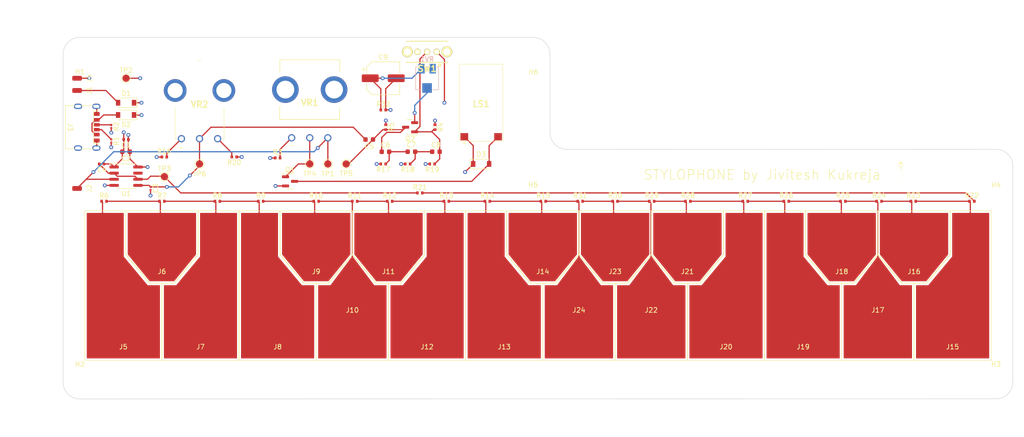
<source format=kicad_pcb>
(kicad_pcb (version 20211014) (generator pcbnew)
  (layers (0 "F.Cu" signal) (1 "In1.Cu" power "GND") (2 "In2.Cu" power "PWR") (31 "B.Cu" signal) (34 "B.Paste" user) (35 "F.Paste" user) (36 "B.SilkS" user "B.Silkscreen") (37 "F.SilkS" user "F.Silkscreen") (38 "B.Mask" user) (39 "F.Mask" user) (44 "Edge.Cuts" user))
  (net 0 "")
  (net 1 "GND")
  (net 2 "+5V")
  (net 3 "TUNE_SIG")
  (net 4 "Net-(D1-Pad2)")
  (net 5 "Net-(D2-Pad2)")
  (net 6 "Net-(D3-Pad2)")
  (net 7 "MUSIC_SIG_S1")
  (net 8 "Net-(J6-Pad1)")
  (net 9 "Net-(J7-Pad1)")
  (net 10 "Net-(J8-Pad1)")
  (net 11 "Net-(J10-Pad1)")
  (net 12 "Net-(J11-Pad1)")
  (net 13 "Net-(J12-Pad1)")
  (net 14 "Net-(J13-Pad1)")
  (net 15 "Net-(J14-Pad1)")
  (net 16 "Net-(J15-Pad1)")
  (net 17 "Net-(J16-Pad1)")
  (net 18 "Net-(J17-Pad1)")
  (net 19 "Net-(J18-Pad1)")
  (net 20 "Net-(J20-Pad1)")
  (net 21 "Net-(J21-Pad1)")
  (net 22 "Net-(J23-Pad1)")
  (net 23 "Net-(J24-Pad1)")
  (net 25 "RESISTOR_MODULE")
  (net 26 "Net-(C5-Pad1)")
  (net 27 "Net-(C6-Pad2)")
  (net 28 "Net-(C7-Pad2)")
  (net 29 "Net-(C8-Pad2)")
  (net 30 "Net-(C9-Pad1)")
  (net 31 "Net-(J3-PadA5)")
  (net 32 "Net-(J3-PadB5)")
  (net 33 "Net-(J5-Pad1)")
  (net 34 "Net-(J9-Pad1)")
  (net 35 "Net-(Q1-Pad1)")
  (net 36 "Net-(R3-Pad2)")
  (net 37 "Net-(J19-Pad1)")
  (net 38 "Net-(J22-Pad1)")
  (net 39 "Net-(Q2-Pad2)")
  (net 40 "Net-(R16-Pad2)")
  (net 41 "Net-(R20-Pad2)")
  (net 42 "Net-(R21-Pad2)")
  (footprint "Stylophone_Lib:Note-Sharp" (layer "F.Cu") (at 75 129)
    (fp_text reference "J9")
    (fp_text value "Conn_01x01_Female")
  )
  (footprint "Stylophone_Lib:Note-Right" (layer "F.Cu") (at 98 137)
    (fp_text reference "J12")
    (fp_text value "Conn_01x01_Female")
  )
  (footprint "Package_SO:SOIC-8_3.9x4.9mm_P1.27mm" (layer "F.Cu") (at 35.56 114.3)
    (fp_text reference "U1")
    (fp_text value "TLC555xD")
  )
  (footprint "OS102011MA1QN1:OS102011MA1QN1" (layer "F.Cu") (at 98 88.5 180)
    (fp_text reference "SW1")
    (fp_text value "SW_SPDT" hide)
  )
  (footprint "Diode_SMD:D_SOD-123" (layer "F.Cu") (at 109.22 111.76)
    (fp_text reference "D3")
    (fp_text value "D_Schottky")
  )
  (footprint "Resistor_SMD:R_0402_1005Metric" (layer "F.Cu") (at 211 119.5 180)
    (fp_text reference "R22")
    (fp_text value "3.9k")
  )
  (footprint "PDB12-H4301-103BF:PDB12H4301103BF" (layer "F.Cu") (at 73.66 106.335)
    (fp_text reference "VR1")
    (fp_text value "PDB12-H4301-103BF" hide)
  )
  (footprint "Resistor_SMD:R_0402_1005Metric" (layer "F.Cu") (at 198.845 119.5 180)
    (fp_text reference "R23")
    (fp_text value "5.6k")
  )
  (footprint "Resistor_SMD:R_0402_1005Metric" (layer "F.Cu") (at 96.5 117.765679)
    (fp_text reference "R21")
    (fp_text value "39k")
  )
  (footprint "Resistor_SMD:R_0402_1005Metric" (layer "F.Cu") (at 63.5 119.5)
    (fp_text reference "R9")
    (fp_text value "6.8k")
  )
  (footprint "Package_TO_SOT_SMD:SOT-23" (layer "F.Cu") (at 94.49 104.14 180)
    (fp_text reference "Q2")
    (fp_text value "MMBT3904L")
  )
  (footprint "Resistor_SMD:R_0402_1005Metric" (layer "F.Cu") (at 137 119.5 180)
    (fp_text reference "R30")
    (fp_text value "3.9k")
  )
  (footprint "Stylophone_Lib:Note-Right" (layer "F.Cu") (at 160 137)
    (fp_text reference "J20")
    (fp_text value "Conn_01x01_Female")
  )
  (footprint "Connector_Wire:SolderWirePad_1x01_SMD_1x2mm" (layer "F.Cu") (at 25.4 93.98 -90)
    (fp_text reference "J4")
    (fp_text value "Conn_01x01_Female")
  )
  (footprint "MountingHole:MountingHole_2.7mm_M2.5" (layer "F.Cu") (at 216 156.98)
    (fp_text reference "H3")
    (fp_text value "MountingHole")
  )
  (footprint "Resistor_SMD:R_0402_1005Metric" (layer "F.Cu") (at 122.095 119.5)
    (fp_text reference "R15")
    (fp_text value "4.7k")
  )
  (footprint "Resistor_SMD:R_0402_1005Metric" (layer "F.Cu") (at 184.25 119.5 180)
    (fp_text reference "R25")
    (fp_text value "2.7k")
  )
  (footprint "Resistor_SMD:R_0402_1005Metric" (layer "F.Cu") (at 58 110.3 180)
    (fp_text reference "R20")
    (fp_text value "100k")
  )
  (footprint "Resistor_SMD:R_0402_1005Metric" (layer "F.Cu") (at 102 119.5)
    (fp_text reference "R13")
    (fp_text value "5.6k")
  )
  (footprint "Stylophone_Lib:Note-Sharp" (layer "F.Cu") (at 152 129)
    (fp_text reference "J21")
    (fp_text value "Conn_01x01_Female")
  )
  (footprint "Stylophone_Lib:Note-Sharp" (layer "F.Cu") (at 43 129)
    (fp_text reference "J6")
    (fp_text value "Conn_01x01_Female")
  )
  (footprint "Stylophone_Lib:Note-Right" (layer "F.Cu") (at 51 137)
    (fp_text reference "J7")
    (fp_text value "Conn_01x01_Female")
  )
  (footprint "Resistor_SMD:R_0402_1005Metric" (layer "F.Cu") (at 191.75 119.5 180)
    (fp_text reference "R24")
    (fp_text value "3.3k")
  )
  (footprint "MountingHole:MountingHole_2.7mm_M2.5" (layer "F.Cu") (at 26 157)
    (fp_text reference "H2")
    (fp_text value "MountingHole")
  )
  (footprint "Stylophone_Lib:Note-Center" (layer "F.Cu") (at 191.5 136.99)
    (fp_text reference "J17")
    (fp_text value "Conn_01x01_Female")
  )
  (footprint "Resistor_SMD:R_0402_1005Metric" (layer "F.Cu") (at 67 110.5)
    (fp_text reference "R3")
    (fp_text value "3.3k")
  )
  (footprint "Resistor_SMD:R_0402_1005Metric" (layer "F.Cu") (at 88.9 111.76 180)
    (fp_text reference "R17")
    (fp_text value "33k")
  )
  (footprint "Stylophone_Lib:Note-Center" (layer "F.Cu") (at 129.5 137)
    (fp_text reference "J24")
    (fp_text value "Conn_01x01_Female")
  )
  (footprint "Stylophone_Lib:Note-Center" (layer "F.Cu") (at 144.5 137)
    (fp_text reference "J22")
    (fp_text value "Conn_01x01_Female")
  )
  (footprint "Resistor_SMD:R_0402_1005Metric" (layer "F.Cu") (at 172.5 119.5 180)
    (fp_text reference "R26")
    (fp_text value "3.3k")
  )
  (footprint "Resistor_SMD:R_0201_0603Metric" (layer "F.Cu") (at 32.5 107 -90)
    (fp_text reference "R1")
    (fp_text value "5.1k")
  )
  (footprint "Resistor_SMD:R_0402_1005Metric" (layer "F.Cu") (at 152.095 119.5 180)
    (fp_text reference "R28")
    (fp_text value "3.3k")
  )
  (footprint "Stylophone_Lib:Note-Sharp" (layer "F.Cu") (at 199 129)
    (fp_text reference "J16")
    (fp_text value "Conn_01x01_Female")
  )
  (footprint "Capacitor_SMD:C_0201_0603Metric" (layer "F.Cu") (at 40.64 116.84 -90)
    (fp_text reference "C3")
    (fp_text value "10n")
  )
  (footprint "Capacitor_SMD:C_0603_1608Metric" (layer "F.Cu") (at 89.363193 109.229856)
    (fp_text reference "C6")
    (fp_text value "0.47u")
  )
  (footprint "Capacitor_SMD:C_0402_1005Metric" (layer "F.Cu") (at 30.48 111.76)
    (fp_text reference "C4")
    (fp_text value "47n")
  )
  (footprint "MountingHole:MountingHole_2.7mm_M2.5" (layer "F.Cu") (at 216 112.22)
    (fp_text reference "H4")
    (fp_text value "MountingHole")
  )
  (footprint "Capacitor_SMD:C_0402_1005Metric" (layer "F.Cu") (at 35.56 106.68 180)
    (fp_text reference "C1")
    (fp_text value "100n")
  )
  (footprint "Stylophone_Lib:Note-Center" (layer "F.Cu") (at 82.5 137)
    (fp_text reference "J10")
    (fp_text value "Conn_01x01_Female")
  )
  (footprint "Diode_SMD:D_SOD-123" (layer "F.Cu") (at 35.56 99.06 180)
    (fp_text reference "D1")
    (fp_text value "D_Schottky")
  )
  (footprint "LIB_CMS-160925-078SP-67:CMS160925078SP67" (layer "F.Cu") (at 109.22 99.06)
    (fp_text reference "LS1")
    (fp_text value "CMS-160925-078SP-67" hide)
  )
  (footprint "Capacitor_SMD:C_0603_1608Metric" (layer "F.Cu") (at 86.00569 106.691537 180)
    (fp_text reference "C5")
    (fp_text value "1u")
  )
  (footprint "Resistor_SMD:R_0402_1005Metric" (layer "F.Cu") (at 90.25 119.5)
    (fp_text reference "R12")
    (fp_text value "5.6k")
  )
  (footprint "Stylophone_Lib:Note-Left" (layer "F.Cu") (at 176 137)
    (fp_text reference "J19")
    (fp_text value "Conn_01x01_Female")
  )
  (footprint "Stylophone_Lib:Note-Sharp" (layer "F.Cu") (at 122 129)
    (fp_text reference "J14")
    (fp_text value "Conn_01x01_Female")
  )
  (footprint "MountingHole:MountingHole_2.7mm_M2.5" (layer "F.Cu") (at 120 89)
    (fp_text reference "H6")
    (fp_text value "MountingHole")
  )
  (footprint "Resistor_SMD:R_0402_1005Metric" (layer "F.Cu") (at 75 119.5)
    (fp_text reference "R10")
    (fp_text value "5.6k")
  )
  (footprint "Resistor_SMD:R_0402_1005Metric" (layer "F.Cu") (at 54.5 119.5)
    (fp_text reference "R8")
    (fp_text value "6.8k")
  )
  (footprint "TestPoint:TestPoint_Pad_D1.5mm" (layer "F.Cu") (at 81.22 111.76)
    (fp_text reference "TP5")
    (fp_text value "TestPoint")
  )
  (footprint "TestPoint:TestPoint_Pad_D1.5mm" (layer "F.Cu") (at 73.66 111.76)
    (fp_text reference "TP4")
    (fp_text value "TestPoint")
  )
  (footprint "Stylophone_Lib:Note-Right" (layer "F.Cu") (at 207 137)
    (fp_text reference "J15")
    (fp_text value "Conn_01x01_Female")
  )
  (footprint "Resistor_SMD:R_0402_1005Metric" (layer "F.Cu") (at 93.98 111.76 180)
    (fp_text reference "R18")
    (fp_text value "33k")
  )
  (footprint "Resistor_SMD:R_0402_1005Metric" (layer "F.Cu") (at 43.5 110.3)
    (fp_text reference "R16")
    (fp_text value "220k")
  )
  (footprint "Capacitor_SMD:CP_Elec_6.3x7.7" (layer "F.Cu") (at 88.9 93.98)
    (fp_text reference "C9")
    (fp_text value "220u")
  )
  (footprint "Capacitor_SMD:C_0603_1608Metric" (layer "F.Cu") (at 35.56 109.22 180)
    (fp_text reference "C2")
    (fp_text value "1u")
  )
  (footprint "Stylophone_Lib:Note-Left" (layer "F.Cu") (at 114 137)
    (fp_text reference "J13")
    (fp_text value "Conn_01x01_Female")
  )
  (footprint "Capacitor_SMD:C_0603_1608Metric" (layer "F.Cu") (at 99.835 109.22)
    (fp_text reference "C8")
    (fp_text value "0.47u")
  )
  (footprint "Resistor_SMD:R_0402_1005Metric" (layer "F.Cu") (at 99.06 111.76 180)
    (fp_text reference "R19")
    (fp_text value "33k")
  )
  (footprint "Resistor_SMD:R_0402_1005Metric" (layer "F.Cu") (at 83 119.5)
    (fp_text reference "R11")
    (fp_text value "6.8k")
  )
  (footprint "LIB_PDB12-H4301-105BF:PDB12H4301105BF" (layer "F.Cu") (at 50.8 96.52)
    (fp_text reference "VR2")
    (fp_text value "PDB12-H4301-105BF" hide)
  )
  (footprint "Stylophone_Lib:Note-Left" (layer "F.Cu") (at 35 137)
    (fp_text reference "J5")
    (fp_text value "Conn_01x01_Female")
  )
  (footprint "Stylophone_Lib:Note-Sharp" (layer "F.Cu") (at 137 129)
    (fp_text reference "J23")
    (fp_text value "Conn_01x01_Female")
  )
  (footprint "Connector_Wire:SolderWirePad_1x01_SMD_1x2mm" (layer "F.Cu") (at 25.4 116.84 -90)
    (fp_text reference "J2")
    (fp_text value "Conn_01x01_Female")
  )
  (footprint "Resistor_SMD:R_0402_1005Metric" (layer "F.Cu") (at 99.642489 104.14 -90)
    (fp_text reference "R4")
    (fp_text value "68k")
  )
  (footprint "Capacitor_SMD:C_0603_1608Metric" (layer "F.Cu") (at 94.755 109.22)
    (fp_text reference "C7")
    (fp_text value "0.47u")
  )
  (footprint "Resistor_SMD:R_0402_1005Metric" (layer "F.Cu") (at 31 119.5)
    (fp_text reference "R6")
    (fp_text value "8.2k")
  )
  (footprint "TestPoint:TestPoint_Pad_D1.5mm" (layer "F.Cu") (at 35.56 93.98)
    (fp_text reference "TP2")
    (fp_text value "TestPoint")
  )
  (footprint "Diode_SMD:D_SOD-123" (layer "F.Cu") (at 35.56 101.6 180)
    (fp_text reference "D2")
    (fp_text value "D_Schottky")
  )
  (footprint "Resistor_SMD:R_0402_1005Metric" (layer "F.Cu") (at 164 119.5 180)
    (fp_text reference "R27")
    (fp_text value "3.3k")
  )
  (footprint "TestPoint:TestPoint_Pad_D1.5mm" (layer "F.Cu") (at 77.417467 111.76)
    (fp_text reference "TP1")
    (fp_text value "TestPoint")
  )
  (footprint "MountingHole:MountingHole_2.7mm_M2.5" (layer "F.Cu") (at 120 112.24)
    (fp_text reference "H5")
    (fp_text value "MountingHole")
  )
  (footprint "TestPoint:TestPoint_Pad_D1.5mm" (layer "F.Cu") (at 50.8 111.76)
    (fp_text reference "TP6")
    (fp_text value "TestPoint")
  )
  (footprint "Stylophone_Lib:Note-Sharp" (layer "F.Cu") (at 184 129)
    (fp_text reference "J18")
    (fp_text value "Conn_01x01_Female")
  )
  (footprint "TestPoint:TestPoint_Pad_D1.5mm" (layer "F.Cu") (at 43.520576 114.39165)
    (fp_text reference "TP3")
    (fp_text value "TestPoint")
  )
  (footprint "Package_TO_SOT_SMD:SOT-23" (layer "F.Cu") (at 69.572956 115.367569)
    (fp_text reference "Q1")
    (fp_text value "2N7002L")
  )
  (footprint "Resistor_SMD:R_0402_1005Metric" (layer "F.Cu") (at 88.907227 100.547681)
    (fp_text reference "R32")
    (fp_text value "1k")
  )
  (footprint "Wirt Slikscreen:wirt" (layer "F.Cu") (at 196 113.5)
    (fp_text reference "")
    (fp_text value "LOGO" hide)
  )
  (footprint "Resistor_SMD:R_0402_1005Metric" (layer "F.Cu") (at 89.44348 104.131585 -90)
    (fp_text reference "R5")
    (fp_text value "1.3k")
  )
  (footprint "Resistor_SMD:R_0402_1005Metric" (layer "F.Cu") (at 144.595 119.5 180)
    (fp_text reference "R29")
    (fp_text value "3.9k")
  )
  (footprint "Connector_Wire:SolderWirePad_1x01_SMD_1x2mm" (layer "F.Cu") (at 25.4 96.52 -90)
    (fp_text reference "J1")
    (fp_text value "Conn_01x01_Female")
  )
  (footprint "MountingHole:MountingHole_2.7mm_M2.5" (layer "F.Cu") (at 26 89)
    (fp_text reference "H1")
    (fp_text value "MountingHole")
  )
  (footprint "LIB_GCT-USB4125-GF-A-190:GCTUSB4125GFA190" (layer "F.Cu") (at 23 104.14 -90)
    (fp_text reference "J3")
    (fp_text value "USB_C_Receptacle_USB2.0")
  )
  (footprint "Stylophone_Lib:Note-Sharp" (layer "F.Cu") (at 90 129)
    (fp_text reference "J11")
    (fp_text value "Conn_01x01_Female")
  )
  (footprint "Resistor_SMD:R_0402_1005Metric" (layer "F.Cu") (at 129.75 119.5 180)
    (fp_text reference "R31")
    (fp_text value "3.9k")
  )
  (footprint "Resistor_SMD:R_0402_1005Metric" (layer "F.Cu") (at 110.5 119.5)
    (fp_text reference "R14")
    (fp_text value "4.7k")
  )
  (footprint "Resistor_SMD:R_0201_0603Metric" (layer "F.Cu") (at 32.5 104 -90)
    (fp_text reference "R2")
    (fp_text value "5.1k")
  )
  (footprint "Resistor_SMD:R_0402_1005Metric" (layer "F.Cu") (at 43 119.5)
    (fp_text reference "R7")
    (fp_text value "6.8k")
  )
  (footprint "Stylophone_Lib:Note-Left" (layer "F.Cu") (at 67 137)
    (fp_text reference "J8")
    (fp_text value "Conn_01x01_Female")
  )
  (footprint "Potentiometer_SMD:Potentiometer_Bourns_3314J_Vertical" (layer "B.Cu") (at 98 94 180)
    (fp_text reference "RV1")
    (fp_text value "R_Potentiometer_Trim(50)")
  )
  (gr_line (start 26 85.5) (end 120 85.5) (layer "Edge.Cuts") (width 0.1))
  (gr_arc (start 22.5 89) (mid 23.525126 86.525126) (end 26 85.5) (layer "Edge.Cuts") (width 0.1))
  (gr_line (start 216 160.48) (end 26 160.5) (layer "Edge.Cuts") (width 0.1))
  (gr_line (start 216 108.72) (end 127 108.74) (layer "Edge.Cuts") (width 0.1))
  (gr_arc (start 219.5 156.98) (mid 218.474874 159.454874) (end 216 160.48) (layer "Edge.Cuts") (width 0.1))
  (gr_arc (start 127 108.74) (mid 124.525126 107.714874) (end 123.5 105.24) (layer "Edge.Cuts") (width 0.1))
  (gr_arc (start 26 160.5) (mid 23.525126 159.474874) (end 22.5 157) (layer "Edge.Cuts") (width 0.1))
  (gr_line (start 123.5 89) (end 123.5 105.24) (layer "Edge.Cuts") (width 0.1))
  (gr_arc (start 216 108.72) (mid 218.474874 109.745126) (end 219.5 112.22) (layer "Edge.Cuts") (width 0.1))
  (gr_line (start 22.5 89) (end 22.5 157) (layer "Edge.Cuts") (width 0.1))
  (gr_arc (start 120 85.5) (mid 122.474874 86.525126) (end 123.5 89) (layer "Edge.Cuts") (width 0.1))
  (gr_line (start 219.5 156.98) (end 219.5 112.22) (layer "Edge.Cuts") (width 0.1))
  (gr_text "STYLOPHONE by Jivitesh Kukreja" (at 167.5 114) (layer "F.SilkS") (effects (font (size 2 2))))
  (segment (start 101.6 99.06) (end 101.6 90.1) (width 0.25) (layer "F.Cu") (net 1))
  (segment (start 101.6 90.1) (end 100 88.5) (width 0.25) (layer "F.Cu") (net 1))
  (segment (start 89.417227 100.547681) (end 89.417227 96.162773) (width 0.25) (layer "F.Cu") (net 1))
  (segment (start 35.08 108.925) (end 35.08 106.68) (width 0.25) (layer "F.Cu") (net 1))
  (segment (start 68.635456 116.317569) (end 66.559335 116.317569) (width 0.25) (layer "F.Cu") (net 1))
  (segment (start 29.48 101.39) (end 29.48 99.9) (width 0.25) (layer "F.Cu") (net 1))
  (segment (start 34.785 110.695) (end 34.785 109.22) (width 0.25) (layer "F.Cu") (net 1))
  (segment (start 29.25 99.82) (end 29.445 100.015) (width 0.25) (layer "F.Cu") (net 1))
  (segment (start 90.410235 100.547681) (end 89.417227 100.547681) (width 0.25) (layer "F.Cu") (net 1))
  (segment (start 41.91323 110.325465) (end 43.150687 110.325465) (width 0.25) (layer "F.Cu") (net 1))
  (segment (start 29.48 108.38) (end 29.4 108.46) (width 0.25) (layer "F.Cu") (net 1))
  (segment (start 32.5 104.32) (end 32.5 105.26852) (width 0.25) (layer "F.Cu") (net 1))
  (segment (start 35.08 106.68) (end 35.08 105.196857) (width 0.25) (layer "F.Cu") (net 1))
  (segment (start 93.450289 111.779711) (end 92.620187 111.779711) (width 0.2) (layer "F.Cu") (net 1))
  (segment (start 32.49118 107.349345) (end 32.49118 108.297865) (width 0.25) (layer "F.Cu") (net 1))
  (segment (start 98.55 111.76) (end 98.541827 111.768173) (width 0.2) (layer "F.Cu") (net 1))
  (segment (start 25.4 93.98) (end 27.94 93.98) (width 0.25) (layer "F.Cu") (net 1))
  (segment (start 34.785 109.22) (end 35.08 108.925) (width 0.25) (layer "F.Cu") (net 1))
  (segment (start 30.96 111.76) (end 32.45 111.76) (width 0.25) (layer "F.Cu") (net 1))
  (segment (start 93.47 111.76) (end 93.450289 111.779711) (width 0.2) (layer "F.Cu") (net 1))
  (segment (start 29.48 106.89) (end 29.48 108.38) (width 0.25) (layer "F.Cu") (net 1))
  (segment (start 29.25 108.46) (end 29.445 108.265) (width 0.25) (layer "F.Cu") (net 1))
  (segment (start 88.39 111.76) (end 87.540656 111.76) (width 0.2) (layer "F.Cu") (net 1))
  (segment (start 40.64 117.16) (end 40.64 118.310224) (width 0.25) (layer "F.Cu") (net 1))
  (segment (start 98.541827 111.768173) (end 97.708362 111.768173) (width 0.2) (layer "F.Cu") (net 1))
  (segment (start 65.446012 110.520246) (end 66.683469 110.520246) (width 0.25) (layer "F.Cu") (net 1))
  (segment (start 89.417227 96.162773) (end 91.6 93.98) (width 0.25) (layer "F.Cu") (net 1))
  (segment (start 32.45 111.76) (end 33.085 112.395) (width 0.25) (layer "F.Cu") (net 1))
  (segment (start 33.085 112.395) (end 34.785 110.695) (width 0.25) (layer "F.Cu") (net 1))
  (segment (start 29.48 99.9) (end 29.4 99.82) (width 0.25) (layer "F.Cu") (net 1))
  (via (at 32.49118 108.297865) (size 0.8) (drill 0.4) (layers "F.Cu" "B.Cu") (net 1))
  (via (at 66.559335 116.317569) (size 0.8) (drill 0.4) (layers "F.Cu" "B.Cu") (net 1))
  (via (at 101.6 99.06) (size 0.8) (drill 0.4) (layers "F.Cu" "B.Cu") (net 1))
  (via (at 65.446012 110.520246) (size 0.8) (drill 0.4) (layers "F.Cu" "B.Cu") (net 1))
  (via (at 92.620187 111.779711) (size 0.8) (drill 0.4) (layers "F.Cu" "B.Cu") (net 1))
  (via (at 40.64 118.310224) (size 0.8) (drill 0.4) (layers "F.Cu" "B.Cu") (net 1))
  (via (at 41.91323 110.325465) (size 0.8) (drill 0.4) (layers "F.Cu" "B.Cu") (net 1))
  (via (at 27.94 93.98) (size 0.8) (drill 0.4) (layers "F.Cu" "B.Cu") (net 1))
  (via (at 90.410235 100.547681) (size 0.8) (drill 0.4) (layers "F.Cu" "B.Cu") (net 1))
  (via (at 35.08 105.196857) (size 0.8) (drill 0.4) (layers "F.Cu" "B.Cu") (net 1))
  (via (at 97.708362 111.768173) (size 0.8) (drill 0.4) (layers "F.Cu" "B.Cu") (net 1))
  (via (at 87.540656 111.76) (size 0.8) (drill 0.4) (layers "F.Cu" "B.Cu") (net 1))
  (via (at 32.5 105.26852) (size 0.8) (drill 0.4) (layers "F.Cu" "B.Cu") (net 1))
  (segment (start 36.04 108.925) (end 36.04 106.68) (width 0.25) (layer "F.Cu") (net 2))
  (segment (start 36.335 110.695) (end 36.335 109.22) (width 0.25) (layer "F.Cu") (net 2))
  (segment (start 37.21 99.06) (end 38.755065 99.06) (width 0.25) (layer "F.Cu") (net 2))
  (segment (start 107.57 111.76) (end 107.57 107.96) (width 0.25) (layer "F.Cu") (net 2))
  (segment (start 38.035 112.395) (end 40.030125 112.395) (width 0.25) (layer "F.Cu") (net 2))
  (segment (start 58.32 110.3) (end 59.557457 110.3) (width 0.25) (layer "F.Cu") (net 2))
  (segment (start 36.04 106.68) (end 36.04 105.734544) (width 0.25) (layer "F.Cu") (net 2))
  (segment (start 89.44348 103.621585) (end 89.44348 102.747765) (width 0.25) (layer "F.Cu") (net 2))
  (segment (start 107.57 111.76) (end 105.883423 113.446577) (width 0.25) (layer "F.Cu") (net 2))
  (segment (start 36.335 109.22) (end 36.04 108.925) (width 0.25) (layer "F.Cu") (net 2))
  (segment (start 99.648911 103.623578) (end 99.648911 102.763665) (width 0.25) (layer "F.Cu") (net 2))
  (segment (start 37.229269 101.62959) (end 38.774334 101.62959) (width 0.25) (layer "F.Cu") (net 2))
  (segment (start 99.642489 103.63) (end 99.648911 103.623578) (width 0.25) (layer "F.Cu") (net 2))
  (segment (start 107.57 107.96) (end 105.72 106.11) (width 0.25) (layer "F.Cu") (net 2))
  (segment (start 33.085 116.205) (end 31.150643 116.205) (width 0.25) (layer "F.Cu") (net 2))
  (segment (start 35.56 93.98) (end 38.5 93.98) (width 0.25) (layer "F.Cu") (net 2))
  (segment (start 38.035 112.395) (end 36.335 110.695) (width 0.25) (layer "F.Cu") (net 2))
  (via (at 31.150643 116.205) (size 0.8) (drill 0.4) (layers "F.Cu" "B.Cu") (net 2))
  (via (at 59.557457 110.3) (size 0.8) (drill 0.4) (layers "F.Cu" "B.Cu") (net 2))
  (via (at 99.648911 102.763665) (size 0.8) (drill 0.4) (layers "F.Cu" "B.Cu") (net 2))
  (via (at 36.04 105.734544) (size 0.8) (drill 0.4) (layers "F.Cu" "B.Cu") (net 2))
  (via (at 38.5 93.98) (size 0.8) (drill 0.4) (layers "F.Cu" "B.Cu") (net 2))
  (via (at 38.774334 101.62959) (size 0.8) (drill 0.4) (layers "F.Cu" "B.Cu") (net 2))
  (via (at 105.883423 113.446577) (size 0.8) (drill 0.4) (layers "F.Cu" "B.Cu") (net 2))
  (via (at 40.030125 112.395) (size 0.8) (drill 0.4) (layers "F.Cu" "B.Cu") (net 2))
  (via (at 38.755065 99.06) (size 0.8) (drill 0.4) (layers "F.Cu" "B.Cu") (net 2))
  (via (at 89.44348 102.747765) (size 0.8) (drill 0.4) (layers "F.Cu" "B.Cu") (net 2))
  (segment (start 50.8 112.147755) (end 50.8 111.76) (width 0.25) (layer "F.Cu") (net 3))
  (segment (start 82.679153 104.14) (end 85.23069 106.691537) (width 0.25) (layer "F.Cu") (net 3))
  (segment (start 50.8 106.52) (end 50.8 111.76) (width 0.25) (layer "F.Cu") (net 3))
  (segment (start 48.795392 114.152363) (end 50.8 112.147755) (width 0.25) (layer "F.Cu") (net 3))
  (segment (start 50.8 106.52) (end 53.18 104.14) (width 0.25) (layer "F.Cu") (net 3))
  (segment (start 40.325 116.205) (end 38.035 116.205) (width 0.25) (layer "F.Cu") (net 3))
  (segment (start 40.64 116.52) (end 44.032661 116.52) (width 0.25) (layer "F.Cu") (net 3))
  (segment (start 53.18 104.14) (end 82.679153 104.14) (width 0.25) (layer "F.Cu") (net 3))
  (segment (start 40.64 116.52) (end 40.325 116.205) (width 0.25) (layer "F.Cu") (net 3))
  (via (at 48.795392 114.152363) (size 0.8) (drill 0.4) (layers "F.Cu" "B.Cu") (net 3))
  (via (at 44.032661 116.52) (size 0.8) (drill 0.4) (layers "F.Cu" "B.Cu") (net 3))
  (segment (start 46.427755 116.52) (end 48.795392 114.152363) (width 0.25) (layer "B.Cu") (net 3))
  (segment (start 44.032661 116.52) (end 46.427755 116.52) (width 0.25) (layer "B.Cu") (net 3))
  (segment (start 31.37 96.52) (end 33.91 99.06) (width 0.25) (layer "F.Cu") (net 4))
  (segment (start 25.4 96.52) (end 31.37 96.52) (width 0.25) (layer "F.Cu") (net 4))
  (segment (start 29.234623 102.62) (end 29.48 102.62) (width 0.25) (layer "F.Cu") (net 5))
  (segment (start 28.5 103.354623) (end 29.234623 102.62) (width 0.25) (layer "F.Cu") (net 5))
  (segment (start 29.48 102.62) (end 29.88 102.62) (width 0.25) (layer "F.Cu") (net 5))
  (segment (start 28.5 104.925377) (end 28.5 103.354623) (width 0.25) (layer "F.Cu") (net 5))
  (segment (start 29.88 102.62) (end 30.9 101.6) (width 0.25) (layer "F.Cu") (net 5))
  (segment (start 29.234623 105.66) (end 28.5 104.925377) (width 0.25) (layer "F.Cu") (net 5))
  (segment (start 30.9 101.6) (end 33.91 101.6) (width 0.25) (layer "F.Cu") (net 5))
  (segment (start 29.48 105.66) (end 29.234623 105.66) (width 0.25) (layer "F.Cu") (net 5))
  (segment (start 110.87 107.96) (end 112.72 106.11) (width 0.25) (layer "F.Cu") (net 6))
  (segment (start 110.87 111.76) (end 110.87 107.96) (width 0.25) (layer "F.Cu") (net 6))
  (segment (start 70.510456 115.367569) (end 107.262431 115.367569) (width 0.25) (layer "F.Cu") (net 6))
  (segment (start 107.262431 115.367569) (end 110.87 111.76) (width 0.25) (layer "F.Cu") (net 6))
  (segment (start 25.4 116.84) (end 27.305 114.935) (width 0.25) (layer "F.Cu") (net 7))
  (segment (start 75.322678 108.449637) (end 75.322678 108.422322) (width 0.25) (layer "F.Cu") (net 7))
  (segment (start 75.322678 108.422322) (end 77.41 106.335) (width 0.25) (layer "F.Cu") (net 7))
  (segment (start 77.417467 111.76) (end 77.417467 106.342467) (width 0.25) (layer "F.Cu") (net 7))
  (segment (start 27.305 114.935) (end 33.085 114.935) (width 0.25) (layer "F.Cu") (net 7))
  (segment (start 77.417467 106.342467) (end 77.41 106.335) (width 0.2) (layer "F.Cu") (net 7))
  (segment (start 27.305 114.935) (end 28.793571 113.446429) (width 0.25) (layer "F.Cu") (net 7))
  (via (at 28.793571 113.446429) (size 0.8) (drill 0.4) (layers "F.Cu" "B.Cu") (net 7))
  (via (at 75.322678 108.449637) (size 0.8) (drill 0.4) (layers "F.Cu" "B.Cu") (net 7))
  (segment (start 74.552315 109.22) (end 75.322678 108.449637) (width 0.25) (layer "B.Cu") (net 7))
  (segment (start 73.66 109.22) (end 74.552315 109.22) (width 0.25) (layer "B.Cu") (net 7))
  (segment (start 28.793571 113.446429) (end 33.02 109.22) (width 0.25) (layer "B.Cu") (net 7))
  (segment (start 33.02 109.22) (end 73.66 109.22) (width 0.25) (layer "B.Cu") (net 7))
  (segment (start 42.49 119.5) (end 42.68 119.69) (width 0.25) (layer "F.Cu") (net 8))
  (segment (start 42.68 119.69) (end 42.68 128.68) (width 0.25) (layer "F.Cu") (net 8))
  (segment (start 42.68 128.68) (end 43 129) (width 0.25) (layer "F.Cu") (net 8))
  (segment (start 31.51 119.5) (end 42.49 119.5) (width 0.25) (layer "F.Cu") (net 8))
  (segment (start 53.99 119.5) (end 54.18 119.69) (width 0.25) (layer "F.Cu") (net 9))
  (segment (start 43.51 119.5) (end 53.99 119.5) (width 0.25) (layer "F.Cu") (net 9))
  (segment (start 54.18 119.69) (end 54.18 133.82) (width 0.25) (layer "F.Cu") (net 9))
  (segment (start 54.18 133.82) (end 51 137) (width 0.25) (layer "F.Cu") (net 9))
  (segment (start 62.99 119.5) (end 63.18 119.69) (width 0.25) (layer "F.Cu") (net 10))
  (segment (start 63.18 133.18) (end 67 137) (width 0.25) (layer "F.Cu") (net 10))
  (segment (start 55.01 119.5) (end 62.99 119.5) (width 0.25) (layer "F.Cu") (net 10))
  (segment (start 63.18 119.69) (end 63.18 133.18) (width 0.25) (layer "F.Cu") (net 10))
  (segment (start 75.51 119.5) (end 82.49 119.5) (width 0.25) (layer "F.Cu") (net 11))
  (segment (start 82.5 137) (end 82.5 119.51) (width 0.25) (layer "F.Cu") (net 11))
  (segment (start 82.5 119.51) (end 82.49 119.5) (width 0.25) (layer "F.Cu") (net 11))
  (segment (start 90 119.76) (end 90 129) (width 0.25) (layer "F.Cu") (net 12))
  (segment (start 89.74 119.5) (end 90 119.76) (width 0.25) (layer "F.Cu") (net 12))
  (segment (start 83.51 119.5) (end 89.74 119.5) (width 0.25) (layer "F.Cu") (net 12))
  (segment (start 101.49 119.5) (end 101.68 119.69) (width 0.25) (layer "F.Cu") (net 13))
  (segment (start 90.76 119.5) (end 101.49 119.5) (width 0.25) (layer "F.Cu") (net 13))
  (segment (start 101.68 133.32) (end 98 137) (width 0.25) (layer "F.Cu") (net 13))
  (segment (start 101.68 119.69) (end 101.68 133.32) (width 0.25) (layer "F.Cu") (net 13))
  (segment (start 109.99 119.5) (end 110.18 119.69) (width 0.25) (layer "F.Cu") (net 14))
  (segment (start 110.18 133.18) (end 114 137) (width 0.25) (layer "F.Cu") (net 14))
  (segment (start 102.51 119.5) (end 109.99 119.5) (width 0.25) (layer "F.Cu") (net 14))
  (segment (start 110.18 119.69) (end 110.18 133.18) (width 0.25) (layer "F.Cu") (net 14))
  (segment (start 111.01 119.5) (end 121.585 119.5) (width 0.25) (layer "F.Cu") (net 15))
  (segment (start 121.775 128.775) (end 122 129) (width 0.25) (layer "F.Cu") (net 15))
  (segment (start 121.775 119.69) (end 121.775 128.775) (width 0.25) (layer "F.Cu") (net 15))
  (segment (start 121.585 119.5) (end 121.775 119.69) (width 0.25) (layer "F.Cu") (net 15))
  (segment (start 199.355 119.5) (end 210.49 119.5) (width 0.25) (layer "F.Cu") (net 16))
  (segment (start 210.68 119.69) (end 210.68 133.32) (width 0.25) (layer "F.Cu") (net 16))
  (segment (start 210.49 119.5) (end 210.68 119.69) (width 0.25) (layer "F.Cu") (net 16))
  (segment (start 210.68 133.32) (end 207 137) (width 0.25) (layer "F.Cu") (net 16))
  (segment (start 192.26 119.5) (end 198.525 119.5) (width 0.25) (layer "F.Cu") (net 17))
  (segment (start 198.525 128.525) (end 199 129) (width 0.25) (layer "F.Cu") (net 17))
  (segment (start 198.525 119.5) (end 198.525 128.525) (width 0.25) (layer "F.Cu") (net 17))
  (segment (start 184.76 119.5) (end 191.24 119.5) (width 0.25) (layer "F.Cu") (net 18))
  (segment (start 191.24 119.5) (end 191.5 119.76) (width 0.25) (layer "F.Cu") (net 18))
  (segment (start 191.5 119.76) (end 191.5 136.99) (width 0.25) (layer "F.Cu") (net 18))
  (segment (start 173.01 119.5) (end 183.74 119.5) (width 0.25) (layer "F.Cu") (net 19))
  (segment (start 183.93 128.93) (end 184 129) (width 0.25) (layer "F.Cu") (net 19))
  (segment (start 183.74 119.5) (end 183.93 119.69) (width 0.25) (layer "F.Cu") (net 19))
  (segment (start 183.93 119.69) (end 183.93 128.93) (width 0.25) (layer "F.Cu") (net 19))
  (segment (start 152.605 119.5) (end 163.49 119.5) (width 0.25) (layer "F.Cu") (net 20))
  (segment (start 163.49 119.5) (end 163.68 119.69) (width 0.25) (layer "F.Cu") (net 20))
  (segment (start 163.68 133.32) (end 160 137) (width 0.25) (layer "F.Cu") (net 20))
  (segment (start 163.68 119.69) (end 163.68 133.32) (width 0.25) (layer "F.Cu") (net 20))
  (segment (start 145.105 119.5) (end 151.585 119.5) (width 0.25) (layer "F.Cu") (net 21))
  (segment (start 151.775 119.69) (end 151.775 128.775) (width 0.25) (layer "F.Cu") (net 21))
  (segment (start 151.585 119.5) (end 151.775 119.69) (width 0.25) (layer "F.Cu") (net 21))
  (segment (start 151.775 128.775) (end 152 129) (width 0.25) (layer "F.Cu") (net 21))
  (segment (start 130.26 119.5) (end 136.68 119.5) (width 0.25) (layer "F.Cu") (net 22))
  (segment (start 136.68 119.5) (end 136.68 128.68) (width 0.25) (layer "F.Cu") (net 22))
  (segment (start 136.68 128.68) (end 137 129) (width 0.25) (layer "F.Cu") (net 22))
  (segment (start 122.605 119.5) (end 129.43 119.5) (width 0.25) (layer "F.Cu") (net 23))
  (segment (start 129.43 119.5) (end 129.5 119.57) (width 0.25) (layer "F.Cu") (net 23))
  (segment (start 129.5 119.57) (end 129.5 137) (width 0.25) (layer "F.Cu") (net 23))
  (segment (start 30 111.767609) (end 31.897391 113.665) (width 0.25) (layer "F.Cu") (net 25))
  (segment (start 46.894605 117.765679) (end 43.520576 114.39165) (width 0.25) (layer "F.Cu") (net 25))
  (segment (start 38.035 114.935) (end 40.005 114.935) (width 0.25) (layer "F.Cu") (net 25))
  (segment (start 40.64 114.3) (end 43.18 114.3) (width 0.25) (layer "F.Cu") (net 25))
  (segment (start 31.897391 113.665) (end 33.085 113.665) (width 0.25) (layer "F.Cu") (net 25))
  (segment (start 40.005 114.935) (end 40.64 114.3) (width 0.25) (layer "F.Cu") (net 25))
  (segment (start 37.41 114.31) (end 38.035 114.935) (width 0.25) (layer "F.Cu") (net 25))
  (segment (start 95.99 117.765679) (end 46.894605 117.765679) (width 0.25) (layer "F.Cu") (net 25))
  (segment (start 33.73 114.31) (end 37.41 114.31) (width 0.25) (layer "F.Cu") (net 25))
  (segment (start 30 111.76) (end 30 111.767609) (width 0.25) (layer "F.Cu") (net 25))
  (segment (start 33.085 113.665) (end 33.73 114.31) (width 0.25) (layer "F.Cu") (net 25))
  (segment (start 86.78069 106.691537) (end 88.830642 104.641585) (width 0.25) (layer "F.Cu") (net 26))
  (segment (start 88.588193 106.281943) (end 88.588193 109.229856) (width 0.25) (layer "F.Cu") (net 26))
  (segment (start 81.712227 111.76) (end 86.78069 106.691537) (width 0.25) (layer "F.Cu") (net 26))
  (segment (start 93.050915 104.641585) (end 93.5525 104.14) (width 0.2) (layer "F.Cu") (net 26))
  (segment (start 92.477804 105.214696) (end 89.65544 105.214696) (width 0.25) (layer "F.Cu") (net 26))
  (segment (start 88.830642 104.641585) (end 89.44348 104.641585) (width 0.25) (layer "F.Cu") (net 26))
  (segment (start 81.22 111.76) (end 81.712227 111.76) (width 0.2) (layer "F.Cu") (net 26))
  (segment (start 93.5525 104.14) (end 92.477804 105.214696) (width 0.25) (layer "F.Cu") (net 26))
  (segment (start 89.44348 104.641585) (end 93.050915 104.641585) (width 0.2) (layer "F.Cu") (net 26))
  (segment (start 89.65544 105.214696) (end 88.588193 106.281943) (width 0.25) (layer "F.Cu") (net 26))
  (segment (start 90.138193 109.229856) (end 90.138193 111.031807) (width 0.25) (layer "F.Cu") (net 27))
  (segment (start 90.138193 111.031807) (end 89.41 111.76) (width 0.25) (layer "F.Cu") (net 27))
  (segment (start 90.148049 109.22) (end 90.138193 109.229856) (width 0.2) (layer "F.Cu") (net 27))
  (segment (start 93.98 109.22) (end 90.148049 109.22) (width 0.25) (layer "F.Cu") (net 27))
  (segment (start 95.53 110.72) (end 94.49 111.76) (width 0.25) (layer "F.Cu") (net 28))
  (segment (start 95.53 109.22) (end 95.53 110.72) (width 0.25) (layer "F.Cu") (net 28))
  (segment (start 99.06 109.22) (end 95.53 109.22) (width 0.25) (layer "F.Cu") (net 28))
  (segment (start 96.52 96.52) (end 96.52 89.98) (width 0.25) (layer "F.Cu") (net 29))
  (segment (start 96.52 89.98) (end 98 88.5) (width 0.25) (layer "F.Cu") (net 29))
  (segment (start 95.4275 105.09) (end 99.012489 105.09) (width 0.25) (layer "F.Cu") (net 29))
  (segment (start 95.4275 105.09) (end 96.52 103.9975) (width 0.25) (layer "F.Cu") (net 29))
  (segment (start 100.61 106.687511) (end 100.61 109.22) (width 0.25) (layer "F.Cu") (net 29))
  (segment (start 96.52 103.9975) (end 96.52 96.52) (width 0.25) (layer "F.Cu") (net 29))
  (segment (start 99.35 104.65) (end 99.642489 104.65) (width 0.25) (layer "F.Cu") (net 29))
  (segment (start 100.61 110.72) (end 99.57 111.76) (width 0.25) (layer "F.Cu") (net 29))
  (segment (start 99.012489 104.987511) (end 99.35 104.65) (width 0.25) (layer "F.Cu") (net 29))
  (segment (start 99.012489 105.09) (end 100.61 106.687511) (width 0.25) (layer "F.Cu") (net 29))
  (segment (start 100.61 109.22) (end 100.61 110.72) (width 0.25) (layer "F.Cu") (net 29))
  (segment (start 99.012489 105.09) (end 99.012489 104.987511) (width 0.2) (layer "F.Cu") (net 29))
  (segment (start 88.785381 93.98) (end 85.85 93.98) (width 0.25) (layer "F.Cu") (net 30))
  (segment (start 88.397227 96.177227) (end 86.2 93.98) (width 0.25) (layer "F.Cu") (net 30))
  (segment (start 88.397227 100.547681) (end 88.397227 96.177227) (width 0.25) (layer "F.Cu") (net 30))
  (via (at 88.785381 93.98) (size 0.8) (drill 0.4) (layers "F.Cu" "B.Cu") (net 30))
  (segment (start 94.87 93.98) (end 96.85 92) (width 0.25) (layer "B.Cu") (net 30))
  (segment (start 88.785381 93.98) (end 94.87 93.98) (width 0.25) (layer "B.Cu") (net 30))
  (segment (start 29.48 103.64) (end 32.46 103.64) (width 0.25) (layer "F.Cu") (net 31))
  (segment (start 32.46 103.64) (end 32.5 103.68) (width 0.25) (layer "F.Cu") (net 31))
  (segment (start 29.48 104.64) (end 30.46 104.64) (width 0.25) (layer "F.Cu") (net 32))
  (segment (start 30.46 104.64) (end 32.5 106.68) (width 0.25) (layer "F.Cu") (net 32))
  (segment (start 30.68 132.68) (end 35 137) (width 0.25) (layer "F.Cu") (net 33))
  (segment (start 30.68 119.69) (end 30.68 132.68) (width 0.25) (layer "F.Cu") (net 33))
  (segment (start 30.49 119.5) (end 30.68 119.69) (width 0.25) (layer "F.Cu") (net 33))
  (segment (start 64.01 119.5) (end 74.49 119.5) (width 0.25) (layer "F.Cu") (net 34))
  (segment (start 74.68 119.69) (end 74.68 128.68) (width 0.25) (layer "F.Cu") (net 34))
  (segment (start 74.68 128.68) (end 75 129) (width 0.25) (layer "F.Cu") (net 34))
  (segment (start 74.49 119.5) (end 74.68 119.69) (width 0.25) (layer "F.Cu") (net 34))
  (segment (start 68.635456 114.417569) (end 71.293025 111.76) (width 0.25) (layer "F.Cu") (net 35))
  (segment (start 71.293025 111.76) (end 73.66 111.76) (width 0.25) (layer "F.Cu") (net 35))
  (segment (start 73.66 111.76) (end 73.66 106.335) (width 0.25) (layer "F.Cu") (net 35))
  (segment (start 67.51 108.735) (end 69.91 106.335) (width 0.25) (layer "F.Cu") (net 36))
  (segment (start 67.51 110.5) (end 67.51 108.735) (width 0.25) (layer "F.Cu") (net 36))
  (segment (start 164.51 119.5) (end 171.99 119.5) (width 0.25) (layer "F.Cu") (net 37))
  (segment (start 172.18 119.69) (end 172.18 133.18) (width 0.25) (layer "F.Cu") (net 37))
  (segment (start 171.99 119.5) (end 172.18 119.69) (width 0.25) (layer "F.Cu") (net 37))
  (segment (start 172.18 133.18) (end 176 137) (width 0.25) (layer "F.Cu") (net 37))
  (segment (start 144.433 136.933) (end 144.433 119.848) (width 0.25) (layer "F.Cu") (net 38))
  (segment (start 144.5 137) (end 144.433 136.933) (width 0.25) (layer "F.Cu") (net 38))
  (segment (start 144.433 119.848) (end 144.085 119.5) (width 0.25) (layer "F.Cu") (net 38))
  (segment (start 144.085 119.5) (end 137.32 119.5) (width 0.25) (layer "F.Cu") (net 38))
  (segment (start 95.4275 103.19) (end 95.4275 101.169508) (width 0.25) (layer "F.Cu") (net 39))
  (via (at 95.4275 101.169508) (size 0.8) (drill 0.4) (layers "F.Cu" "B.Cu") (net 39))
  (segment (start 95.4275 101.169508) (end 95.4275 99.6125) (width 0.25) (layer "B.Cu") (net 39))
  (segment (start 95.4275 99.6125) (end 98 97.04) (width 0.25) (layer "B.Cu") (net 39))
  (segment (start 98 97.04) (end 98 96) (width 0.25) (layer "B.Cu") (net 39))
  (segment (start 44.01 109.56) (end 47.05 106.52) (width 0.25) (layer "F.Cu") (net 40))
  (segment (start 44.01 110.3) (end 44.01 109.56) (width 0.25) (layer "F.Cu") (net 40))
  (segment (start 54.55 106.52) (end 57.49 109.46) (width 0.25) (layer "F.Cu") (net 41))
  (segment (start 57.49 109.46) (end 57.49 110.3) (width 0.25) (layer "F.Cu") (net 41))
  (segment (start 209.775679 117.765679) (end 97.01 117.765679) (width 0.25) (layer "F.Cu") (net 42))
  (segment (start 211.51 119.5) (end 209.775679 117.765679) (width 0.25) (layer "F.Cu") (net 42))
)
</source>
